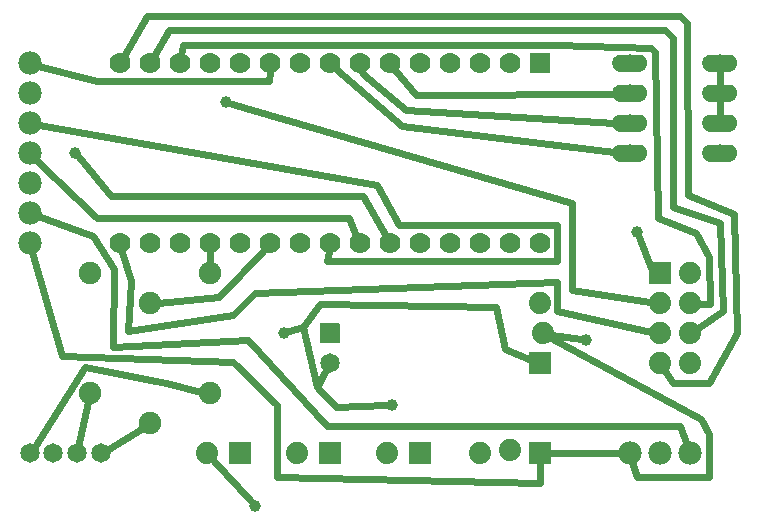
<source format=gbl>
G04 MADE WITH FRITZING*
G04 WWW.FRITZING.ORG*
G04 DOUBLE SIDED*
G04 HOLES PLATED*
G04 CONTOUR ON CENTER OF CONTOUR VECTOR*
%ASAXBY*%
%FSLAX23Y23*%
%MOIN*%
%OFA0B0*%
%SFA1.0B1.0*%
%ADD10C,0.075000*%
%ADD11C,0.039370*%
%ADD12C,0.074000*%
%ADD13C,0.065000*%
%ADD14C,0.058189*%
%ADD15C,0.078000*%
%ADD16C,0.070000*%
%ADD17R,0.074000X0.074000*%
%ADD18R,0.070000X0.069972*%
%ADD19C,0.024000*%
%ADD20R,0.001000X0.001000*%
%LNCOPPER0*%
G90*
G70*
G54D10*
X740Y837D03*
X740Y437D03*
X540Y737D03*
X540Y337D03*
X340Y837D03*
X340Y437D03*
G54D11*
X291Y1239D03*
X1995Y615D03*
X795Y1407D03*
X2163Y975D03*
X987Y639D03*
X1347Y399D03*
X891Y63D03*
G54D12*
X2340Y837D03*
X2340Y737D03*
X2340Y637D03*
X2340Y537D03*
X2240Y837D03*
X2240Y737D03*
X2240Y637D03*
X2240Y537D03*
G54D13*
X140Y237D03*
X219Y237D03*
X298Y237D03*
X376Y237D03*
G54D14*
X2140Y1537D03*
X2140Y1437D03*
X2140Y1337D03*
X2140Y1237D03*
X2440Y1237D03*
X2440Y1337D03*
X2440Y1437D03*
X2440Y1537D03*
G54D12*
X1140Y237D03*
X1030Y237D03*
X840Y237D03*
X730Y237D03*
X1440Y237D03*
X1330Y237D03*
G54D15*
X2340Y237D03*
X2240Y237D03*
X2140Y237D03*
G54D12*
X1840Y237D03*
X1740Y247D03*
X1640Y237D03*
G54D13*
X1140Y537D03*
X1140Y637D03*
G54D12*
X1840Y537D03*
X1850Y637D03*
X1840Y737D03*
G54D15*
X140Y1537D03*
X140Y1437D03*
X140Y1337D03*
X140Y1237D03*
X140Y1137D03*
X140Y1037D03*
X140Y937D03*
G54D16*
X1840Y1537D03*
X1740Y1537D03*
X1640Y1537D03*
X1540Y1537D03*
X1440Y1537D03*
X1340Y1537D03*
X1240Y1537D03*
X1140Y1537D03*
X1040Y1537D03*
X940Y1537D03*
X840Y1537D03*
X740Y1537D03*
X640Y1537D03*
X540Y1537D03*
X440Y1537D03*
X1840Y937D03*
X1740Y937D03*
X1640Y937D03*
X1540Y937D03*
X1440Y937D03*
X1340Y937D03*
X1240Y937D03*
X1140Y937D03*
X1040Y937D03*
X940Y937D03*
X840Y937D03*
X740Y937D03*
X640Y937D03*
X540Y937D03*
X440Y937D03*
G54D17*
X2240Y837D03*
G54D18*
X1840Y1537D03*
G54D19*
X396Y249D02*
X516Y322D01*
D02*
X740Y907D02*
X740Y865D01*
D02*
X302Y260D02*
X334Y409D01*
D02*
X1359Y1514D02*
X1427Y1432D01*
D02*
X1427Y1432D02*
X2087Y1436D01*
D02*
X569Y739D02*
X771Y759D01*
D02*
X771Y759D02*
X920Y915D01*
D02*
X940Y1507D02*
X939Y1479D01*
D02*
X939Y1479D02*
X363Y1479D01*
D02*
X363Y1479D02*
X169Y1529D01*
D02*
X153Y256D02*
X325Y525D01*
D02*
X325Y525D02*
X595Y471D01*
D02*
X595Y471D02*
X712Y443D01*
D02*
X1249Y1509D02*
X1251Y1503D01*
D02*
X1251Y1503D02*
X1395Y1383D01*
D02*
X1395Y1383D02*
X2087Y1340D01*
D02*
X1162Y1518D02*
X1380Y1330D01*
D02*
X1380Y1330D02*
X2087Y1243D01*
D02*
X1229Y963D02*
X1203Y1023D01*
D02*
X1203Y1023D02*
X363Y1023D01*
D02*
X363Y1023D02*
X162Y1216D01*
D02*
X1326Y962D02*
X1251Y1095D01*
D02*
X1251Y1095D02*
X411Y1095D01*
D02*
X411Y1095D02*
X303Y1224D01*
D02*
X449Y909D02*
X478Y813D01*
D02*
X478Y813D02*
X466Y646D01*
D02*
X466Y646D02*
X819Y699D01*
D02*
X819Y699D02*
X891Y771D01*
D02*
X891Y771D02*
X1899Y807D01*
D02*
X1899Y807D02*
X1899Y711D01*
D02*
X1899Y711D02*
X2210Y643D01*
D02*
X2330Y265D02*
X2307Y327D01*
D02*
X2307Y327D02*
X1131Y327D01*
D02*
X1131Y327D02*
X867Y615D01*
D02*
X867Y615D02*
X417Y593D01*
D02*
X417Y593D02*
X421Y852D01*
D02*
X421Y852D02*
X351Y962D01*
D02*
X351Y962D02*
X169Y1027D01*
D02*
X170Y1331D02*
X1299Y1131D01*
D02*
X1299Y1131D02*
X1371Y999D01*
D02*
X1371Y999D02*
X1899Y999D01*
D02*
X1899Y999D02*
X1899Y879D01*
D02*
X1899Y879D02*
X1131Y879D01*
D02*
X1131Y879D02*
X1136Y908D01*
D02*
X2110Y237D02*
X1871Y237D01*
D02*
X1877Y622D02*
X2379Y351D01*
D02*
X2379Y351D02*
X2403Y303D01*
D02*
X2403Y303D02*
X2403Y159D01*
D02*
X2403Y159D02*
X2163Y159D01*
D02*
X2163Y159D02*
X2149Y208D01*
D02*
X1976Y618D02*
X1881Y632D01*
D02*
X148Y908D02*
X247Y562D01*
D02*
X247Y562D02*
X819Y543D01*
D02*
X819Y543D02*
X963Y399D01*
D02*
X963Y399D02*
X963Y159D01*
D02*
X963Y159D02*
X1840Y137D01*
D02*
X1840Y137D02*
X1840Y205D01*
D02*
X2209Y741D02*
X1947Y783D01*
D02*
X1947Y783D02*
X1947Y1071D01*
D02*
X1947Y1071D02*
X813Y1402D01*
D02*
X2371Y736D02*
X2407Y736D01*
D02*
X2403Y893D02*
X2360Y972D01*
D02*
X2407Y736D02*
X2403Y893D01*
D02*
X2360Y972D02*
X2234Y1022D01*
D02*
X2234Y1022D02*
X2223Y1575D01*
D02*
X2223Y1575D02*
X2211Y1587D01*
D02*
X2211Y1587D02*
X1899Y1599D01*
D02*
X1899Y1599D02*
X651Y1599D01*
D02*
X651Y1599D02*
X645Y1565D01*
D02*
X2366Y654D02*
X2452Y711D01*
D02*
X2452Y711D02*
X2442Y1004D01*
D02*
X2442Y1004D02*
X2284Y1057D01*
D02*
X2284Y1057D02*
X2283Y1623D01*
D02*
X2283Y1623D02*
X2259Y1647D01*
D02*
X2259Y1647D02*
X603Y1647D01*
D02*
X603Y1647D02*
X555Y1562D01*
D02*
X2257Y511D02*
X2283Y471D01*
D02*
X2283Y471D02*
X2403Y471D01*
D02*
X2403Y471D02*
X2499Y639D01*
D02*
X2499Y639D02*
X2487Y1034D01*
D02*
X2487Y1034D02*
X2335Y1098D01*
D02*
X2335Y1098D02*
X2331Y1671D01*
D02*
X2331Y1671D02*
X2307Y1695D01*
D02*
X2307Y1695D02*
X531Y1695D01*
D02*
X531Y1695D02*
X455Y1562D01*
D02*
X2440Y1413D02*
X2440Y1360D01*
D02*
X2440Y1513D02*
X2440Y1460D01*
D02*
X2214Y853D02*
X2211Y855D01*
D02*
X2211Y855D02*
X2170Y957D01*
D02*
X1812Y549D02*
X1725Y586D01*
D02*
X1725Y586D02*
X1694Y724D01*
D02*
X1694Y724D02*
X1107Y734D01*
D02*
X1107Y734D02*
X1050Y660D01*
D02*
X1050Y660D02*
X1005Y645D01*
D02*
X1328Y398D02*
X1162Y393D01*
D02*
X1162Y393D02*
X1097Y457D01*
D02*
X1097Y457D02*
X1050Y660D01*
D02*
X1128Y515D02*
X1097Y457D01*
D02*
X751Y214D02*
X878Y77D01*
G54D20*
X2105Y1566D02*
X2174Y1566D01*
X2405Y1566D02*
X2474Y1566D01*
X2102Y1565D02*
X2178Y1565D01*
X2402Y1565D02*
X2478Y1565D01*
X2099Y1564D02*
X2180Y1564D01*
X2399Y1564D02*
X2480Y1564D01*
X2097Y1563D02*
X2182Y1563D01*
X2397Y1563D02*
X2482Y1563D01*
X2095Y1562D02*
X2184Y1562D01*
X2395Y1562D02*
X2484Y1562D01*
X2094Y1561D02*
X2185Y1561D01*
X2394Y1561D02*
X2485Y1561D01*
X2093Y1560D02*
X2187Y1560D01*
X2393Y1560D02*
X2487Y1560D01*
X2091Y1559D02*
X2188Y1559D01*
X2391Y1559D02*
X2488Y1559D01*
X2090Y1558D02*
X2189Y1558D01*
X2390Y1558D02*
X2489Y1558D01*
X2089Y1557D02*
X2190Y1557D01*
X2389Y1557D02*
X2490Y1557D01*
X2089Y1556D02*
X2135Y1556D01*
X2145Y1556D02*
X2191Y1556D01*
X2389Y1556D02*
X2435Y1556D01*
X2445Y1556D02*
X2491Y1556D01*
X2088Y1555D02*
X2132Y1555D01*
X2148Y1555D02*
X2191Y1555D01*
X2388Y1555D02*
X2432Y1555D01*
X2448Y1555D02*
X2491Y1555D01*
X2087Y1554D02*
X2130Y1554D01*
X2149Y1554D02*
X2192Y1554D01*
X2387Y1554D02*
X2430Y1554D01*
X2449Y1554D02*
X2492Y1554D01*
X2086Y1553D02*
X2128Y1553D01*
X2151Y1553D02*
X2193Y1553D01*
X2386Y1553D02*
X2428Y1553D01*
X2451Y1553D02*
X2493Y1553D01*
X2086Y1552D02*
X2127Y1552D01*
X2152Y1552D02*
X2193Y1552D01*
X2386Y1552D02*
X2427Y1552D01*
X2452Y1552D02*
X2493Y1552D01*
X2085Y1551D02*
X2126Y1551D01*
X2154Y1551D02*
X2194Y1551D01*
X2385Y1551D02*
X2426Y1551D01*
X2453Y1551D02*
X2494Y1551D01*
X2085Y1550D02*
X2125Y1550D01*
X2154Y1550D02*
X2194Y1550D01*
X2385Y1550D02*
X2425Y1550D01*
X2454Y1550D02*
X2494Y1550D01*
X2084Y1549D02*
X2124Y1549D01*
X2155Y1549D02*
X2195Y1549D01*
X2384Y1549D02*
X2424Y1549D01*
X2455Y1549D02*
X2495Y1549D01*
X2084Y1548D02*
X2123Y1548D01*
X2156Y1548D02*
X2195Y1548D01*
X2384Y1548D02*
X2423Y1548D01*
X2456Y1548D02*
X2495Y1548D01*
X2083Y1547D02*
X2123Y1547D01*
X2157Y1547D02*
X2196Y1547D01*
X2383Y1547D02*
X2423Y1547D01*
X2457Y1547D02*
X2496Y1547D01*
X2083Y1546D02*
X2122Y1546D01*
X2157Y1546D02*
X2196Y1546D01*
X2383Y1546D02*
X2422Y1546D01*
X2457Y1546D02*
X2496Y1546D01*
X2083Y1545D02*
X2122Y1545D01*
X2158Y1545D02*
X2196Y1545D01*
X2383Y1545D02*
X2422Y1545D01*
X2458Y1545D02*
X2496Y1545D01*
X2083Y1544D02*
X2121Y1544D01*
X2158Y1544D02*
X2197Y1544D01*
X2383Y1544D02*
X2421Y1544D01*
X2458Y1544D02*
X2496Y1544D01*
X2082Y1543D02*
X2121Y1543D01*
X2158Y1543D02*
X2197Y1543D01*
X2382Y1543D02*
X2421Y1543D01*
X2458Y1543D02*
X2497Y1543D01*
X2082Y1542D02*
X2121Y1542D01*
X2159Y1542D02*
X2197Y1542D01*
X2382Y1542D02*
X2421Y1542D01*
X2459Y1542D02*
X2497Y1542D01*
X2082Y1541D02*
X2120Y1541D01*
X2159Y1541D02*
X2197Y1541D01*
X2382Y1541D02*
X2420Y1541D01*
X2459Y1541D02*
X2497Y1541D01*
X2082Y1540D02*
X2120Y1540D01*
X2159Y1540D02*
X2197Y1540D01*
X2382Y1540D02*
X2420Y1540D01*
X2459Y1540D02*
X2497Y1540D01*
X2082Y1539D02*
X2120Y1539D01*
X2159Y1539D02*
X2197Y1539D01*
X2382Y1539D02*
X2420Y1539D01*
X2459Y1539D02*
X2497Y1539D01*
X2082Y1538D02*
X2120Y1538D01*
X2159Y1538D02*
X2197Y1538D01*
X2382Y1538D02*
X2420Y1538D01*
X2459Y1538D02*
X2497Y1538D01*
X2082Y1537D02*
X2120Y1537D01*
X2159Y1537D02*
X2197Y1537D01*
X2382Y1537D02*
X2420Y1537D01*
X2459Y1537D02*
X2497Y1537D01*
X2082Y1536D02*
X2120Y1536D01*
X2159Y1536D02*
X2197Y1536D01*
X2382Y1536D02*
X2420Y1536D01*
X2459Y1536D02*
X2497Y1536D01*
X2082Y1535D02*
X2120Y1535D01*
X2159Y1535D02*
X2197Y1535D01*
X2382Y1535D02*
X2420Y1535D01*
X2459Y1535D02*
X2497Y1535D01*
X2082Y1534D02*
X2120Y1534D01*
X2159Y1534D02*
X2197Y1534D01*
X2382Y1534D02*
X2420Y1534D01*
X2459Y1534D02*
X2497Y1534D01*
X2082Y1533D02*
X2121Y1533D01*
X2159Y1533D02*
X2197Y1533D01*
X2382Y1533D02*
X2421Y1533D01*
X2459Y1533D02*
X2497Y1533D01*
X2082Y1532D02*
X2121Y1532D01*
X2158Y1532D02*
X2197Y1532D01*
X2382Y1532D02*
X2421Y1532D01*
X2458Y1532D02*
X2497Y1532D01*
X2083Y1531D02*
X2121Y1531D01*
X2158Y1531D02*
X2197Y1531D01*
X2383Y1531D02*
X2421Y1531D01*
X2458Y1531D02*
X2496Y1531D01*
X2083Y1530D02*
X2122Y1530D01*
X2158Y1530D02*
X2196Y1530D01*
X2383Y1530D02*
X2422Y1530D01*
X2458Y1530D02*
X2496Y1530D01*
X2083Y1529D02*
X2122Y1529D01*
X2157Y1529D02*
X2196Y1529D01*
X2383Y1529D02*
X2422Y1529D01*
X2457Y1529D02*
X2496Y1529D01*
X2083Y1528D02*
X2123Y1528D01*
X2157Y1528D02*
X2196Y1528D01*
X2383Y1528D02*
X2423Y1528D01*
X2457Y1528D02*
X2496Y1528D01*
X2084Y1527D02*
X2123Y1527D01*
X2156Y1527D02*
X2195Y1527D01*
X2384Y1527D02*
X2423Y1527D01*
X2456Y1527D02*
X2495Y1527D01*
X2084Y1526D02*
X2124Y1526D01*
X2155Y1526D02*
X2195Y1526D01*
X2384Y1526D02*
X2424Y1526D01*
X2455Y1526D02*
X2495Y1526D01*
X2085Y1525D02*
X2125Y1525D01*
X2154Y1525D02*
X2194Y1525D01*
X2385Y1525D02*
X2425Y1525D01*
X2454Y1525D02*
X2494Y1525D01*
X2085Y1524D02*
X2126Y1524D01*
X2154Y1524D02*
X2194Y1524D01*
X2385Y1524D02*
X2426Y1524D01*
X2454Y1524D02*
X2494Y1524D01*
X2086Y1523D02*
X2127Y1523D01*
X2152Y1523D02*
X2193Y1523D01*
X2386Y1523D02*
X2427Y1523D01*
X2452Y1523D02*
X2493Y1523D01*
X2086Y1522D02*
X2128Y1522D01*
X2151Y1522D02*
X2193Y1522D01*
X2386Y1522D02*
X2428Y1522D01*
X2451Y1522D02*
X2493Y1522D01*
X2087Y1521D02*
X2130Y1521D01*
X2150Y1521D02*
X2192Y1521D01*
X2387Y1521D02*
X2430Y1521D01*
X2450Y1521D02*
X2492Y1521D01*
X2088Y1520D02*
X2132Y1520D01*
X2148Y1520D02*
X2191Y1520D01*
X2388Y1520D02*
X2431Y1520D01*
X2448Y1520D02*
X2491Y1520D01*
X2089Y1519D02*
X2135Y1519D01*
X2145Y1519D02*
X2191Y1519D01*
X2389Y1519D02*
X2435Y1519D01*
X2445Y1519D02*
X2491Y1519D01*
X2089Y1518D02*
X2190Y1518D01*
X2389Y1518D02*
X2490Y1518D01*
X2090Y1517D02*
X2189Y1517D01*
X2390Y1517D02*
X2489Y1517D01*
X2091Y1516D02*
X2188Y1516D01*
X2391Y1516D02*
X2488Y1516D01*
X2093Y1515D02*
X2187Y1515D01*
X2393Y1515D02*
X2487Y1515D01*
X2094Y1514D02*
X2185Y1514D01*
X2394Y1514D02*
X2485Y1514D01*
X2095Y1513D02*
X2184Y1513D01*
X2395Y1513D02*
X2484Y1513D01*
X2097Y1512D02*
X2182Y1512D01*
X2397Y1512D02*
X2482Y1512D01*
X2099Y1511D02*
X2180Y1511D01*
X2399Y1511D02*
X2480Y1511D01*
X2102Y1510D02*
X2178Y1510D01*
X2402Y1510D02*
X2478Y1510D01*
X2105Y1509D02*
X2174Y1509D01*
X2405Y1509D02*
X2474Y1509D01*
X2105Y1466D02*
X2174Y1466D01*
X2405Y1466D02*
X2474Y1466D01*
X2101Y1465D02*
X2178Y1465D01*
X2401Y1465D02*
X2478Y1465D01*
X2099Y1464D02*
X2180Y1464D01*
X2399Y1464D02*
X2480Y1464D01*
X2097Y1463D02*
X2182Y1463D01*
X2397Y1463D02*
X2482Y1463D01*
X2095Y1462D02*
X2184Y1462D01*
X2395Y1462D02*
X2484Y1462D01*
X2094Y1461D02*
X2185Y1461D01*
X2394Y1461D02*
X2485Y1461D01*
X2093Y1460D02*
X2187Y1460D01*
X2393Y1460D02*
X2487Y1460D01*
X2091Y1459D02*
X2188Y1459D01*
X2391Y1459D02*
X2488Y1459D01*
X2090Y1458D02*
X2189Y1458D01*
X2390Y1458D02*
X2489Y1458D01*
X2089Y1457D02*
X2190Y1457D01*
X2389Y1457D02*
X2490Y1457D01*
X2089Y1456D02*
X2135Y1456D01*
X2145Y1456D02*
X2191Y1456D01*
X2389Y1456D02*
X2435Y1456D01*
X2445Y1456D02*
X2491Y1456D01*
X2088Y1455D02*
X2131Y1455D01*
X2148Y1455D02*
X2191Y1455D01*
X2388Y1455D02*
X2431Y1455D01*
X2448Y1455D02*
X2491Y1455D01*
X2087Y1454D02*
X2130Y1454D01*
X2150Y1454D02*
X2192Y1454D01*
X2387Y1454D02*
X2430Y1454D01*
X2450Y1454D02*
X2492Y1454D01*
X2086Y1453D02*
X2128Y1453D01*
X2151Y1453D02*
X2193Y1453D01*
X2386Y1453D02*
X2428Y1453D01*
X2451Y1453D02*
X2493Y1453D01*
X2086Y1452D02*
X2127Y1452D01*
X2152Y1452D02*
X2193Y1452D01*
X2386Y1452D02*
X2427Y1452D01*
X2452Y1452D02*
X2493Y1452D01*
X2085Y1451D02*
X2126Y1451D01*
X2154Y1451D02*
X2194Y1451D01*
X2385Y1451D02*
X2426Y1451D01*
X2454Y1451D02*
X2494Y1451D01*
X2085Y1450D02*
X2125Y1450D01*
X2154Y1450D02*
X2194Y1450D01*
X2385Y1450D02*
X2425Y1450D01*
X2454Y1450D02*
X2494Y1450D01*
X2084Y1449D02*
X2124Y1449D01*
X2155Y1449D02*
X2195Y1449D01*
X2384Y1449D02*
X2424Y1449D01*
X2455Y1449D02*
X2495Y1449D01*
X2084Y1448D02*
X2123Y1448D01*
X2156Y1448D02*
X2195Y1448D01*
X2384Y1448D02*
X2423Y1448D01*
X2456Y1448D02*
X2495Y1448D01*
X2083Y1447D02*
X2123Y1447D01*
X2157Y1447D02*
X2196Y1447D01*
X2383Y1447D02*
X2423Y1447D01*
X2457Y1447D02*
X2496Y1447D01*
X2083Y1446D02*
X2122Y1446D01*
X2157Y1446D02*
X2196Y1446D01*
X2383Y1446D02*
X2422Y1446D01*
X2457Y1446D02*
X2496Y1446D01*
X2083Y1445D02*
X2122Y1445D01*
X2158Y1445D02*
X2196Y1445D01*
X2383Y1445D02*
X2422Y1445D01*
X2458Y1445D02*
X2496Y1445D01*
X2083Y1444D02*
X2121Y1444D01*
X2158Y1444D02*
X2197Y1444D01*
X2383Y1444D02*
X2421Y1444D01*
X2458Y1444D02*
X2496Y1444D01*
X2082Y1443D02*
X2121Y1443D01*
X2158Y1443D02*
X2197Y1443D01*
X2382Y1443D02*
X2421Y1443D01*
X2458Y1443D02*
X2497Y1443D01*
X2082Y1442D02*
X2121Y1442D01*
X2159Y1442D02*
X2197Y1442D01*
X2382Y1442D02*
X2421Y1442D01*
X2459Y1442D02*
X2497Y1442D01*
X2082Y1441D02*
X2120Y1441D01*
X2159Y1441D02*
X2197Y1441D01*
X2382Y1441D02*
X2420Y1441D01*
X2459Y1441D02*
X2497Y1441D01*
X2082Y1440D02*
X2120Y1440D01*
X2159Y1440D02*
X2197Y1440D01*
X2382Y1440D02*
X2420Y1440D01*
X2459Y1440D02*
X2497Y1440D01*
X2082Y1439D02*
X2120Y1439D01*
X2159Y1439D02*
X2197Y1439D01*
X2382Y1439D02*
X2420Y1439D01*
X2459Y1439D02*
X2497Y1439D01*
X2082Y1438D02*
X2120Y1438D01*
X2159Y1438D02*
X2197Y1438D01*
X2382Y1438D02*
X2420Y1438D01*
X2459Y1438D02*
X2497Y1438D01*
X2082Y1437D02*
X2120Y1437D01*
X2159Y1437D02*
X2197Y1437D01*
X2382Y1437D02*
X2420Y1437D01*
X2459Y1437D02*
X2497Y1437D01*
X2082Y1436D02*
X2120Y1436D01*
X2159Y1436D02*
X2197Y1436D01*
X2382Y1436D02*
X2420Y1436D01*
X2459Y1436D02*
X2497Y1436D01*
X2082Y1435D02*
X2120Y1435D01*
X2159Y1435D02*
X2197Y1435D01*
X2382Y1435D02*
X2420Y1435D01*
X2459Y1435D02*
X2497Y1435D01*
X2082Y1434D02*
X2120Y1434D01*
X2159Y1434D02*
X2197Y1434D01*
X2382Y1434D02*
X2420Y1434D01*
X2459Y1434D02*
X2497Y1434D01*
X2082Y1433D02*
X2121Y1433D01*
X2159Y1433D02*
X2197Y1433D01*
X2382Y1433D02*
X2421Y1433D01*
X2459Y1433D02*
X2497Y1433D01*
X2082Y1432D02*
X2121Y1432D01*
X2158Y1432D02*
X2197Y1432D01*
X2382Y1432D02*
X2421Y1432D01*
X2458Y1432D02*
X2497Y1432D01*
X2083Y1431D02*
X2121Y1431D01*
X2158Y1431D02*
X2197Y1431D01*
X2383Y1431D02*
X2421Y1431D01*
X2458Y1431D02*
X2496Y1431D01*
X2083Y1430D02*
X2122Y1430D01*
X2158Y1430D02*
X2196Y1430D01*
X2383Y1430D02*
X2422Y1430D01*
X2458Y1430D02*
X2496Y1430D01*
X2083Y1429D02*
X2122Y1429D01*
X2157Y1429D02*
X2196Y1429D01*
X2383Y1429D02*
X2422Y1429D01*
X2457Y1429D02*
X2496Y1429D01*
X2084Y1428D02*
X2123Y1428D01*
X2157Y1428D02*
X2196Y1428D01*
X2383Y1428D02*
X2423Y1428D01*
X2457Y1428D02*
X2496Y1428D01*
X2084Y1427D02*
X2123Y1427D01*
X2156Y1427D02*
X2195Y1427D01*
X2384Y1427D02*
X2423Y1427D01*
X2456Y1427D02*
X2495Y1427D01*
X2084Y1426D02*
X2124Y1426D01*
X2155Y1426D02*
X2195Y1426D01*
X2384Y1426D02*
X2424Y1426D01*
X2455Y1426D02*
X2495Y1426D01*
X2085Y1425D02*
X2125Y1425D01*
X2154Y1425D02*
X2194Y1425D01*
X2385Y1425D02*
X2425Y1425D01*
X2454Y1425D02*
X2494Y1425D01*
X2085Y1424D02*
X2126Y1424D01*
X2153Y1424D02*
X2194Y1424D01*
X2385Y1424D02*
X2426Y1424D01*
X2453Y1424D02*
X2494Y1424D01*
X2086Y1423D02*
X2127Y1423D01*
X2152Y1423D02*
X2193Y1423D01*
X2386Y1423D02*
X2427Y1423D01*
X2452Y1423D02*
X2493Y1423D01*
X2086Y1422D02*
X2128Y1422D01*
X2151Y1422D02*
X2193Y1422D01*
X2386Y1422D02*
X2428Y1422D01*
X2451Y1422D02*
X2493Y1422D01*
X2087Y1421D02*
X2130Y1421D01*
X2149Y1421D02*
X2192Y1421D01*
X2387Y1421D02*
X2430Y1421D01*
X2449Y1421D02*
X2492Y1421D01*
X2088Y1420D02*
X2132Y1420D01*
X2148Y1420D02*
X2191Y1420D01*
X2388Y1420D02*
X2432Y1420D01*
X2448Y1420D02*
X2491Y1420D01*
X2089Y1419D02*
X2135Y1419D01*
X2144Y1419D02*
X2191Y1419D01*
X2389Y1419D02*
X2435Y1419D01*
X2444Y1419D02*
X2491Y1419D01*
X2089Y1418D02*
X2190Y1418D01*
X2389Y1418D02*
X2490Y1418D01*
X2090Y1417D02*
X2189Y1417D01*
X2390Y1417D02*
X2489Y1417D01*
X2091Y1416D02*
X2188Y1416D01*
X2391Y1416D02*
X2488Y1416D01*
X2093Y1415D02*
X2187Y1415D01*
X2393Y1415D02*
X2487Y1415D01*
X2094Y1414D02*
X2185Y1414D01*
X2394Y1414D02*
X2485Y1414D01*
X2095Y1413D02*
X2184Y1413D01*
X2395Y1413D02*
X2484Y1413D01*
X2097Y1412D02*
X2182Y1412D01*
X2397Y1412D02*
X2482Y1412D01*
X2099Y1411D02*
X2180Y1411D01*
X2399Y1411D02*
X2480Y1411D01*
X2102Y1410D02*
X2178Y1410D01*
X2402Y1410D02*
X2478Y1410D01*
X2105Y1409D02*
X2174Y1409D01*
X2405Y1409D02*
X2474Y1409D01*
X2105Y1366D02*
X2174Y1366D01*
X2405Y1366D02*
X2474Y1366D01*
X2101Y1365D02*
X2178Y1365D01*
X2401Y1365D02*
X2478Y1365D01*
X2099Y1364D02*
X2180Y1364D01*
X2399Y1364D02*
X2480Y1364D01*
X2097Y1363D02*
X2182Y1363D01*
X2397Y1363D02*
X2482Y1363D01*
X2095Y1362D02*
X2184Y1362D01*
X2395Y1362D02*
X2484Y1362D01*
X2094Y1361D02*
X2185Y1361D01*
X2394Y1361D02*
X2485Y1361D01*
X2092Y1360D02*
X2187Y1360D01*
X2392Y1360D02*
X2487Y1360D01*
X2091Y1359D02*
X2188Y1359D01*
X2391Y1359D02*
X2488Y1359D01*
X2090Y1358D02*
X2189Y1358D01*
X2390Y1358D02*
X2489Y1358D01*
X2089Y1357D02*
X2190Y1357D01*
X2389Y1357D02*
X2490Y1357D01*
X2088Y1356D02*
X2134Y1356D01*
X2145Y1356D02*
X2191Y1356D01*
X2388Y1356D02*
X2434Y1356D01*
X2445Y1356D02*
X2491Y1356D01*
X2088Y1355D02*
X2131Y1355D01*
X2148Y1355D02*
X2191Y1355D01*
X2388Y1355D02*
X2431Y1355D01*
X2448Y1355D02*
X2491Y1355D01*
X2087Y1354D02*
X2130Y1354D01*
X2150Y1354D02*
X2192Y1354D01*
X2387Y1354D02*
X2430Y1354D01*
X2450Y1354D02*
X2492Y1354D01*
X2086Y1353D02*
X2128Y1353D01*
X2151Y1353D02*
X2193Y1353D01*
X2386Y1353D02*
X2428Y1353D01*
X2451Y1353D02*
X2493Y1353D01*
X2086Y1352D02*
X2127Y1352D01*
X2152Y1352D02*
X2193Y1352D01*
X2386Y1352D02*
X2427Y1352D01*
X2452Y1352D02*
X2493Y1352D01*
X2085Y1351D02*
X2126Y1351D01*
X2154Y1351D02*
X2194Y1351D01*
X2385Y1351D02*
X2426Y1351D01*
X2454Y1351D02*
X2494Y1351D01*
X2085Y1350D02*
X2125Y1350D01*
X2154Y1350D02*
X2194Y1350D01*
X2385Y1350D02*
X2425Y1350D01*
X2454Y1350D02*
X2494Y1350D01*
X2084Y1349D02*
X2124Y1349D01*
X2155Y1349D02*
X2195Y1349D01*
X2384Y1349D02*
X2424Y1349D01*
X2455Y1349D02*
X2495Y1349D01*
X2084Y1348D02*
X2123Y1348D01*
X2156Y1348D02*
X2195Y1348D01*
X2384Y1348D02*
X2423Y1348D01*
X2456Y1348D02*
X2495Y1348D01*
X2083Y1347D02*
X2123Y1347D01*
X2157Y1347D02*
X2196Y1347D01*
X2383Y1347D02*
X2423Y1347D01*
X2457Y1347D02*
X2496Y1347D01*
X2083Y1346D02*
X2122Y1346D01*
X2157Y1346D02*
X2196Y1346D01*
X2383Y1346D02*
X2422Y1346D01*
X2457Y1346D02*
X2496Y1346D01*
X2083Y1345D02*
X2122Y1345D01*
X2158Y1345D02*
X2196Y1345D01*
X2383Y1345D02*
X2422Y1345D01*
X2458Y1345D02*
X2496Y1345D01*
X2083Y1344D02*
X2121Y1344D01*
X2158Y1344D02*
X2197Y1344D01*
X2383Y1344D02*
X2421Y1344D01*
X2458Y1344D02*
X2497Y1344D01*
X2082Y1343D02*
X2121Y1343D01*
X2158Y1343D02*
X2197Y1343D01*
X2382Y1343D02*
X2421Y1343D01*
X2458Y1343D02*
X2497Y1343D01*
X2082Y1342D02*
X2121Y1342D01*
X2159Y1342D02*
X2197Y1342D01*
X2382Y1342D02*
X2421Y1342D01*
X2459Y1342D02*
X2497Y1342D01*
X2082Y1341D02*
X2120Y1341D01*
X2159Y1341D02*
X2197Y1341D01*
X2382Y1341D02*
X2420Y1341D01*
X2459Y1341D02*
X2497Y1341D01*
X2082Y1340D02*
X2120Y1340D01*
X2159Y1340D02*
X2197Y1340D01*
X2382Y1340D02*
X2420Y1340D01*
X2459Y1340D02*
X2497Y1340D01*
X2082Y1339D02*
X2120Y1339D01*
X2159Y1339D02*
X2197Y1339D01*
X2382Y1339D02*
X2420Y1339D01*
X2459Y1339D02*
X2497Y1339D01*
X2082Y1338D02*
X2120Y1338D01*
X2159Y1338D02*
X2197Y1338D01*
X2382Y1338D02*
X2420Y1338D01*
X2459Y1338D02*
X2497Y1338D01*
X2082Y1337D02*
X2120Y1337D01*
X2159Y1337D02*
X2197Y1337D01*
X2382Y1337D02*
X2420Y1337D01*
X2459Y1337D02*
X2497Y1337D01*
X2082Y1336D02*
X2120Y1336D01*
X2159Y1336D02*
X2197Y1336D01*
X2382Y1336D02*
X2420Y1336D01*
X2459Y1336D02*
X2497Y1336D01*
X2082Y1335D02*
X2120Y1335D01*
X2159Y1335D02*
X2197Y1335D01*
X2382Y1335D02*
X2420Y1335D01*
X2459Y1335D02*
X2497Y1335D01*
X2082Y1334D02*
X2120Y1334D01*
X2159Y1334D02*
X2197Y1334D01*
X2382Y1334D02*
X2420Y1334D01*
X2459Y1334D02*
X2497Y1334D01*
X2082Y1333D02*
X2121Y1333D01*
X2159Y1333D02*
X2197Y1333D01*
X2382Y1333D02*
X2421Y1333D01*
X2459Y1333D02*
X2497Y1333D01*
X2082Y1332D02*
X2121Y1332D01*
X2158Y1332D02*
X2197Y1332D01*
X2382Y1332D02*
X2421Y1332D01*
X2458Y1332D02*
X2497Y1332D01*
X2083Y1331D02*
X2121Y1331D01*
X2158Y1331D02*
X2196Y1331D01*
X2383Y1331D02*
X2421Y1331D01*
X2458Y1331D02*
X2496Y1331D01*
X2083Y1330D02*
X2122Y1330D01*
X2158Y1330D02*
X2196Y1330D01*
X2383Y1330D02*
X2422Y1330D01*
X2458Y1330D02*
X2496Y1330D01*
X2083Y1329D02*
X2122Y1329D01*
X2157Y1329D02*
X2196Y1329D01*
X2383Y1329D02*
X2422Y1329D01*
X2457Y1329D02*
X2496Y1329D01*
X2084Y1328D02*
X2123Y1328D01*
X2157Y1328D02*
X2196Y1328D01*
X2384Y1328D02*
X2423Y1328D01*
X2456Y1328D02*
X2496Y1328D01*
X2084Y1327D02*
X2123Y1327D01*
X2156Y1327D02*
X2195Y1327D01*
X2384Y1327D02*
X2423Y1327D01*
X2456Y1327D02*
X2495Y1327D01*
X2084Y1326D02*
X2124Y1326D01*
X2155Y1326D02*
X2195Y1326D01*
X2384Y1326D02*
X2424Y1326D01*
X2455Y1326D02*
X2495Y1326D01*
X2085Y1325D02*
X2125Y1325D01*
X2154Y1325D02*
X2194Y1325D01*
X2385Y1325D02*
X2425Y1325D01*
X2454Y1325D02*
X2494Y1325D01*
X2085Y1324D02*
X2126Y1324D01*
X2153Y1324D02*
X2194Y1324D01*
X2385Y1324D02*
X2426Y1324D01*
X2453Y1324D02*
X2494Y1324D01*
X2086Y1323D02*
X2127Y1323D01*
X2152Y1323D02*
X2193Y1323D01*
X2386Y1323D02*
X2427Y1323D01*
X2452Y1323D02*
X2493Y1323D01*
X2086Y1322D02*
X2128Y1322D01*
X2151Y1322D02*
X2193Y1322D01*
X2386Y1322D02*
X2428Y1322D01*
X2451Y1322D02*
X2493Y1322D01*
X2087Y1321D02*
X2130Y1321D01*
X2149Y1321D02*
X2192Y1321D01*
X2387Y1321D02*
X2430Y1321D01*
X2449Y1321D02*
X2492Y1321D01*
X2088Y1320D02*
X2132Y1320D01*
X2147Y1320D02*
X2191Y1320D01*
X2388Y1320D02*
X2432Y1320D01*
X2447Y1320D02*
X2491Y1320D01*
X2089Y1319D02*
X2135Y1319D01*
X2144Y1319D02*
X2191Y1319D01*
X2389Y1319D02*
X2435Y1319D01*
X2444Y1319D02*
X2491Y1319D01*
X2089Y1318D02*
X2190Y1318D01*
X2389Y1318D02*
X2490Y1318D01*
X2090Y1317D02*
X2189Y1317D01*
X2390Y1317D02*
X2489Y1317D01*
X2091Y1316D02*
X2188Y1316D01*
X2391Y1316D02*
X2488Y1316D01*
X2093Y1315D02*
X2187Y1315D01*
X2393Y1315D02*
X2487Y1315D01*
X2094Y1314D02*
X2185Y1314D01*
X2394Y1314D02*
X2485Y1314D01*
X2095Y1313D02*
X2184Y1313D01*
X2395Y1313D02*
X2484Y1313D01*
X2097Y1312D02*
X2182Y1312D01*
X2397Y1312D02*
X2482Y1312D01*
X2099Y1311D02*
X2180Y1311D01*
X2399Y1311D02*
X2480Y1311D01*
X2102Y1310D02*
X2177Y1310D01*
X2402Y1310D02*
X2477Y1310D01*
X2106Y1309D02*
X2174Y1309D01*
X2406Y1309D02*
X2474Y1309D01*
X2105Y1266D02*
X2174Y1266D01*
X2405Y1266D02*
X2474Y1266D01*
X2101Y1265D02*
X2178Y1265D01*
X2401Y1265D02*
X2478Y1265D01*
X2099Y1264D02*
X2180Y1264D01*
X2399Y1264D02*
X2480Y1264D01*
X2097Y1263D02*
X2182Y1263D01*
X2397Y1263D02*
X2482Y1263D01*
X2095Y1262D02*
X2184Y1262D01*
X2395Y1262D02*
X2484Y1262D01*
X2094Y1261D02*
X2185Y1261D01*
X2394Y1261D02*
X2485Y1261D01*
X2092Y1260D02*
X2187Y1260D01*
X2392Y1260D02*
X2487Y1260D01*
X2091Y1259D02*
X2188Y1259D01*
X2391Y1259D02*
X2488Y1259D01*
X2090Y1258D02*
X2189Y1258D01*
X2390Y1258D02*
X2489Y1258D01*
X2089Y1257D02*
X2190Y1257D01*
X2389Y1257D02*
X2490Y1257D01*
X2088Y1256D02*
X2134Y1256D01*
X2145Y1256D02*
X2191Y1256D01*
X2388Y1256D02*
X2434Y1256D01*
X2445Y1256D02*
X2491Y1256D01*
X2088Y1255D02*
X2131Y1255D01*
X2148Y1255D02*
X2191Y1255D01*
X2388Y1255D02*
X2431Y1255D01*
X2448Y1255D02*
X2491Y1255D01*
X2087Y1254D02*
X2129Y1254D01*
X2150Y1254D02*
X2192Y1254D01*
X2387Y1254D02*
X2429Y1254D01*
X2450Y1254D02*
X2492Y1254D01*
X2086Y1253D02*
X2128Y1253D01*
X2151Y1253D02*
X2193Y1253D01*
X2386Y1253D02*
X2428Y1253D01*
X2451Y1253D02*
X2493Y1253D01*
X2086Y1252D02*
X2127Y1252D01*
X2152Y1252D02*
X2193Y1252D01*
X2386Y1252D02*
X2427Y1252D01*
X2452Y1252D02*
X2493Y1252D01*
X2085Y1251D02*
X2126Y1251D01*
X2154Y1251D02*
X2194Y1251D01*
X2385Y1251D02*
X2426Y1251D01*
X2454Y1251D02*
X2494Y1251D01*
X2085Y1250D02*
X2125Y1250D01*
X2154Y1250D02*
X2194Y1250D01*
X2385Y1250D02*
X2425Y1250D01*
X2454Y1250D02*
X2494Y1250D01*
X2084Y1249D02*
X2124Y1249D01*
X2155Y1249D02*
X2195Y1249D01*
X2384Y1249D02*
X2424Y1249D01*
X2455Y1249D02*
X2495Y1249D01*
X2084Y1248D02*
X2123Y1248D01*
X2156Y1248D02*
X2195Y1248D01*
X2384Y1248D02*
X2423Y1248D01*
X2456Y1248D02*
X2495Y1248D01*
X2083Y1247D02*
X2123Y1247D01*
X2157Y1247D02*
X2196Y1247D01*
X2383Y1247D02*
X2423Y1247D01*
X2457Y1247D02*
X2496Y1247D01*
X2083Y1246D02*
X2122Y1246D01*
X2157Y1246D02*
X2196Y1246D01*
X2383Y1246D02*
X2422Y1246D01*
X2457Y1246D02*
X2496Y1246D01*
X2083Y1245D02*
X2122Y1245D01*
X2158Y1245D02*
X2196Y1245D01*
X2383Y1245D02*
X2421Y1245D01*
X2458Y1245D02*
X2496Y1245D01*
X2083Y1244D02*
X2121Y1244D01*
X2158Y1244D02*
X2197Y1244D01*
X2383Y1244D02*
X2421Y1244D01*
X2458Y1244D02*
X2497Y1244D01*
X2082Y1243D02*
X2121Y1243D01*
X2158Y1243D02*
X2197Y1243D01*
X2382Y1243D02*
X2421Y1243D01*
X2458Y1243D02*
X2497Y1243D01*
X2082Y1242D02*
X2121Y1242D01*
X2159Y1242D02*
X2197Y1242D01*
X2382Y1242D02*
X2421Y1242D01*
X2459Y1242D02*
X2497Y1242D01*
X2082Y1241D02*
X2120Y1241D01*
X2159Y1241D02*
X2197Y1241D01*
X2382Y1241D02*
X2420Y1241D01*
X2459Y1241D02*
X2497Y1241D01*
X2082Y1240D02*
X2120Y1240D01*
X2159Y1240D02*
X2197Y1240D01*
X2382Y1240D02*
X2420Y1240D01*
X2459Y1240D02*
X2497Y1240D01*
X2082Y1239D02*
X2120Y1239D01*
X2159Y1239D02*
X2197Y1239D01*
X2382Y1239D02*
X2420Y1239D01*
X2459Y1239D02*
X2497Y1239D01*
X2082Y1238D02*
X2120Y1238D01*
X2159Y1238D02*
X2197Y1238D01*
X2382Y1238D02*
X2420Y1238D01*
X2459Y1238D02*
X2497Y1238D01*
X2082Y1237D02*
X2120Y1237D01*
X2159Y1237D02*
X2197Y1237D01*
X2382Y1237D02*
X2420Y1237D01*
X2459Y1237D02*
X2497Y1237D01*
X2082Y1236D02*
X2120Y1236D01*
X2159Y1236D02*
X2197Y1236D01*
X2382Y1236D02*
X2420Y1236D01*
X2459Y1236D02*
X2497Y1236D01*
X2082Y1235D02*
X2120Y1235D01*
X2159Y1235D02*
X2197Y1235D01*
X2382Y1235D02*
X2420Y1235D01*
X2459Y1235D02*
X2497Y1235D01*
X2082Y1234D02*
X2120Y1234D01*
X2159Y1234D02*
X2197Y1234D01*
X2382Y1234D02*
X2420Y1234D01*
X2459Y1234D02*
X2497Y1234D01*
X2082Y1233D02*
X2121Y1233D01*
X2159Y1233D02*
X2197Y1233D01*
X2382Y1233D02*
X2421Y1233D01*
X2459Y1233D02*
X2497Y1233D01*
X2082Y1232D02*
X2121Y1232D01*
X2158Y1232D02*
X2197Y1232D01*
X2382Y1232D02*
X2421Y1232D01*
X2458Y1232D02*
X2497Y1232D01*
X2083Y1231D02*
X2121Y1231D01*
X2158Y1231D02*
X2196Y1231D01*
X2383Y1231D02*
X2421Y1231D01*
X2458Y1231D02*
X2496Y1231D01*
X2083Y1230D02*
X2122Y1230D01*
X2158Y1230D02*
X2196Y1230D01*
X2383Y1230D02*
X2422Y1230D01*
X2458Y1230D02*
X2496Y1230D01*
X2083Y1229D02*
X2122Y1229D01*
X2157Y1229D02*
X2196Y1229D01*
X2383Y1229D02*
X2422Y1229D01*
X2457Y1229D02*
X2496Y1229D01*
X2084Y1228D02*
X2123Y1228D01*
X2156Y1228D02*
X2196Y1228D01*
X2384Y1228D02*
X2423Y1228D01*
X2456Y1228D02*
X2496Y1228D01*
X2084Y1227D02*
X2123Y1227D01*
X2156Y1227D02*
X2195Y1227D01*
X2384Y1227D02*
X2423Y1227D01*
X2456Y1227D02*
X2495Y1227D01*
X2084Y1226D02*
X2124Y1226D01*
X2155Y1226D02*
X2195Y1226D01*
X2384Y1226D02*
X2424Y1226D01*
X2455Y1226D02*
X2495Y1226D01*
X2085Y1225D02*
X2125Y1225D01*
X2154Y1225D02*
X2194Y1225D01*
X2385Y1225D02*
X2425Y1225D01*
X2454Y1225D02*
X2494Y1225D01*
X2085Y1224D02*
X2126Y1224D01*
X2153Y1224D02*
X2194Y1224D01*
X2385Y1224D02*
X2426Y1224D01*
X2453Y1224D02*
X2494Y1224D01*
X2086Y1223D02*
X2127Y1223D01*
X2152Y1223D02*
X2193Y1223D01*
X2386Y1223D02*
X2427Y1223D01*
X2452Y1223D02*
X2493Y1223D01*
X2086Y1222D02*
X2128Y1222D01*
X2151Y1222D02*
X2193Y1222D01*
X2386Y1222D02*
X2428Y1222D01*
X2451Y1222D02*
X2493Y1222D01*
X2087Y1221D02*
X2130Y1221D01*
X2149Y1221D02*
X2192Y1221D01*
X2387Y1221D02*
X2430Y1221D01*
X2449Y1221D02*
X2492Y1221D01*
X2088Y1220D02*
X2132Y1220D01*
X2147Y1220D02*
X2191Y1220D01*
X2388Y1220D02*
X2432Y1220D01*
X2447Y1220D02*
X2491Y1220D01*
X2089Y1219D02*
X2135Y1219D01*
X2144Y1219D02*
X2191Y1219D01*
X2389Y1219D02*
X2435Y1219D01*
X2444Y1219D02*
X2491Y1219D01*
X2090Y1218D02*
X2190Y1218D01*
X2390Y1218D02*
X2490Y1218D01*
X2090Y1217D02*
X2189Y1217D01*
X2390Y1217D02*
X2489Y1217D01*
X2092Y1216D02*
X2188Y1216D01*
X2392Y1216D02*
X2488Y1216D01*
X2093Y1215D02*
X2186Y1215D01*
X2393Y1215D02*
X2486Y1215D01*
X2094Y1214D02*
X2185Y1214D01*
X2394Y1214D02*
X2485Y1214D01*
X2095Y1213D02*
X2184Y1213D01*
X2395Y1213D02*
X2484Y1213D01*
X2097Y1212D02*
X2182Y1212D01*
X2397Y1212D02*
X2482Y1212D01*
X2099Y1211D02*
X2180Y1211D01*
X2399Y1211D02*
X2480Y1211D01*
X2102Y1210D02*
X2177Y1210D01*
X2402Y1210D02*
X2477Y1210D01*
X2106Y1209D02*
X2173Y1209D01*
X2406Y1209D02*
X2473Y1209D01*
X1108Y670D02*
X1171Y670D01*
X1108Y669D02*
X1172Y669D01*
X1108Y668D02*
X1172Y668D01*
X1108Y667D02*
X1172Y667D01*
X1108Y666D02*
X1172Y666D01*
X1108Y665D02*
X1172Y665D01*
X1108Y664D02*
X1172Y664D01*
X1108Y663D02*
X1172Y663D01*
X1108Y662D02*
X1172Y662D01*
X1108Y661D02*
X1172Y661D01*
X1108Y660D02*
X1172Y660D01*
X1108Y659D02*
X1172Y659D01*
X1108Y658D02*
X1172Y658D01*
X1108Y657D02*
X1172Y657D01*
X1108Y656D02*
X1172Y656D01*
X1108Y655D02*
X1172Y655D01*
X1108Y654D02*
X1172Y654D01*
X1108Y653D02*
X1172Y653D01*
X1108Y652D02*
X1172Y652D01*
X1108Y651D02*
X1135Y651D01*
X1144Y651D02*
X1172Y651D01*
X1108Y650D02*
X1133Y650D01*
X1146Y650D02*
X1172Y650D01*
X1108Y649D02*
X1131Y649D01*
X1148Y649D02*
X1172Y649D01*
X1108Y648D02*
X1130Y648D01*
X1149Y648D02*
X1172Y648D01*
X1108Y647D02*
X1129Y647D01*
X1150Y647D02*
X1172Y647D01*
X1108Y646D02*
X1128Y646D01*
X1151Y646D02*
X1172Y646D01*
X1108Y645D02*
X1127Y645D01*
X1152Y645D02*
X1172Y645D01*
X1108Y644D02*
X1127Y644D01*
X1152Y644D02*
X1172Y644D01*
X1108Y643D02*
X1126Y643D01*
X1153Y643D02*
X1172Y643D01*
X1108Y642D02*
X1126Y642D01*
X1153Y642D02*
X1172Y642D01*
X1108Y641D02*
X1126Y641D01*
X1154Y641D02*
X1172Y641D01*
X1108Y640D02*
X1125Y640D01*
X1154Y640D02*
X1172Y640D01*
X1108Y639D02*
X1125Y639D01*
X1154Y639D02*
X1172Y639D01*
X1108Y638D02*
X1125Y638D01*
X1154Y638D02*
X1172Y638D01*
X1108Y637D02*
X1125Y637D01*
X1154Y637D02*
X1172Y637D01*
X1108Y636D02*
X1125Y636D01*
X1154Y636D02*
X1172Y636D01*
X1108Y635D02*
X1126Y635D01*
X1154Y635D02*
X1172Y635D01*
X1108Y634D02*
X1126Y634D01*
X1153Y634D02*
X1172Y634D01*
X1108Y633D02*
X1126Y633D01*
X1153Y633D02*
X1172Y633D01*
X1108Y632D02*
X1127Y632D01*
X1152Y632D02*
X1172Y632D01*
X1108Y631D02*
X1127Y631D01*
X1152Y631D02*
X1172Y631D01*
X1108Y630D02*
X1128Y630D01*
X1151Y630D02*
X1172Y630D01*
X1108Y629D02*
X1129Y629D01*
X1151Y629D02*
X1172Y629D01*
X1108Y628D02*
X1129Y628D01*
X1150Y628D02*
X1172Y628D01*
X1108Y627D02*
X1131Y627D01*
X1148Y627D02*
X1172Y627D01*
X1108Y626D02*
X1132Y626D01*
X1147Y626D02*
X1172Y626D01*
X1108Y625D02*
X1134Y625D01*
X1145Y625D02*
X1172Y625D01*
X1108Y624D02*
X1172Y624D01*
X1108Y623D02*
X1172Y623D01*
X1108Y622D02*
X1172Y622D01*
X1108Y621D02*
X1172Y621D01*
X1108Y620D02*
X1172Y620D01*
X1108Y619D02*
X1172Y619D01*
X1108Y618D02*
X1172Y618D01*
X1108Y617D02*
X1172Y617D01*
X1108Y616D02*
X1172Y616D01*
X1108Y615D02*
X1172Y615D01*
X1108Y614D02*
X1172Y614D01*
X1108Y613D02*
X1172Y613D01*
X1108Y612D02*
X1172Y612D01*
X1108Y611D02*
X1172Y611D01*
X1108Y610D02*
X1172Y610D01*
X1108Y609D02*
X1172Y609D01*
X1108Y608D02*
X1172Y608D01*
X1108Y607D02*
X1172Y607D01*
X1108Y606D02*
X1172Y606D01*
X1803Y574D02*
X1876Y574D01*
X1803Y573D02*
X1876Y573D01*
X1803Y572D02*
X1876Y572D01*
X1803Y571D02*
X1876Y571D01*
X1803Y570D02*
X1876Y570D01*
X1803Y569D02*
X1876Y569D01*
X1803Y568D02*
X1876Y568D01*
X1803Y567D02*
X1876Y567D01*
X1803Y566D02*
X1876Y566D01*
X1803Y565D02*
X1876Y565D01*
X1803Y564D02*
X1876Y564D01*
X1803Y563D02*
X1876Y563D01*
X1803Y562D02*
X1876Y562D01*
X1803Y561D02*
X1876Y561D01*
X1803Y560D02*
X1876Y560D01*
X1803Y559D02*
X1876Y559D01*
X1803Y558D02*
X1876Y558D01*
X1803Y557D02*
X1834Y557D01*
X1846Y557D02*
X1876Y557D01*
X1803Y556D02*
X1831Y556D01*
X1848Y556D02*
X1876Y556D01*
X1803Y555D02*
X1829Y555D01*
X1850Y555D02*
X1876Y555D01*
X1803Y554D02*
X1827Y554D01*
X1852Y554D02*
X1876Y554D01*
X1803Y553D02*
X1826Y553D01*
X1853Y553D02*
X1876Y553D01*
X1803Y552D02*
X1825Y552D01*
X1854Y552D02*
X1876Y552D01*
X1803Y551D02*
X1824Y551D01*
X1855Y551D02*
X1876Y551D01*
X1803Y550D02*
X1823Y550D01*
X1856Y550D02*
X1876Y550D01*
X1803Y549D02*
X1823Y549D01*
X1857Y549D02*
X1876Y549D01*
X1803Y548D02*
X1822Y548D01*
X1857Y548D02*
X1876Y548D01*
X1803Y547D02*
X1821Y547D01*
X1858Y547D02*
X1876Y547D01*
X1803Y546D02*
X1821Y546D01*
X1858Y546D02*
X1876Y546D01*
X1803Y545D02*
X1820Y545D01*
X1859Y545D02*
X1876Y545D01*
X1803Y544D02*
X1820Y544D01*
X1859Y544D02*
X1876Y544D01*
X1803Y543D02*
X1820Y543D01*
X1859Y543D02*
X1876Y543D01*
X1803Y542D02*
X1820Y542D01*
X1860Y542D02*
X1876Y542D01*
X1803Y541D02*
X1819Y541D01*
X1860Y541D02*
X1876Y541D01*
X1803Y540D02*
X1819Y540D01*
X1860Y540D02*
X1876Y540D01*
X1803Y539D02*
X1819Y539D01*
X1860Y539D02*
X1876Y539D01*
X1803Y538D02*
X1819Y538D01*
X1860Y538D02*
X1876Y538D01*
X1803Y537D02*
X1819Y537D01*
X1860Y537D02*
X1876Y537D01*
X1803Y536D02*
X1819Y536D01*
X1860Y536D02*
X1876Y536D01*
X1803Y535D02*
X1819Y535D01*
X1860Y535D02*
X1876Y535D01*
X1803Y534D02*
X1819Y534D01*
X1860Y534D02*
X1876Y534D01*
X1803Y533D02*
X1820Y533D01*
X1859Y533D02*
X1876Y533D01*
X1803Y532D02*
X1820Y532D01*
X1859Y532D02*
X1876Y532D01*
X1803Y531D02*
X1820Y531D01*
X1859Y531D02*
X1876Y531D01*
X1803Y530D02*
X1821Y530D01*
X1858Y530D02*
X1876Y530D01*
X1803Y529D02*
X1821Y529D01*
X1858Y529D02*
X1876Y529D01*
X1803Y528D02*
X1822Y528D01*
X1857Y528D02*
X1876Y528D01*
X1803Y527D02*
X1822Y527D01*
X1857Y527D02*
X1876Y527D01*
X1803Y526D02*
X1823Y526D01*
X1856Y526D02*
X1876Y526D01*
X1803Y525D02*
X1824Y525D01*
X1855Y525D02*
X1876Y525D01*
X1803Y524D02*
X1825Y524D01*
X1854Y524D02*
X1876Y524D01*
X1803Y523D02*
X1826Y523D01*
X1853Y523D02*
X1876Y523D01*
X1803Y522D02*
X1827Y522D01*
X1852Y522D02*
X1876Y522D01*
X1803Y521D02*
X1828Y521D01*
X1851Y521D02*
X1876Y521D01*
X1803Y520D02*
X1830Y520D01*
X1849Y520D02*
X1876Y520D01*
X1803Y519D02*
X1833Y519D01*
X1846Y519D02*
X1876Y519D01*
X1803Y518D02*
X1838Y518D01*
X1841Y518D02*
X1876Y518D01*
X1803Y517D02*
X1876Y517D01*
X1803Y516D02*
X1876Y516D01*
X1803Y515D02*
X1876Y515D01*
X1803Y514D02*
X1876Y514D01*
X1803Y513D02*
X1876Y513D01*
X1803Y512D02*
X1876Y512D01*
X1803Y511D02*
X1876Y511D01*
X1803Y510D02*
X1876Y510D01*
X1803Y509D02*
X1876Y509D01*
X1803Y508D02*
X1876Y508D01*
X1803Y507D02*
X1876Y507D01*
X1803Y506D02*
X1876Y506D01*
X1803Y505D02*
X1876Y505D01*
X1803Y504D02*
X1876Y504D01*
X1803Y503D02*
X1876Y503D01*
X1803Y502D02*
X1876Y502D01*
X1803Y501D02*
X1876Y501D01*
X803Y274D02*
X876Y274D01*
X1103Y274D02*
X1176Y274D01*
X1403Y274D02*
X1476Y274D01*
X1803Y274D02*
X1876Y274D01*
X803Y273D02*
X876Y273D01*
X1103Y273D02*
X1176Y273D01*
X1403Y273D02*
X1476Y273D01*
X1803Y273D02*
X1876Y273D01*
X803Y272D02*
X876Y272D01*
X1103Y272D02*
X1176Y272D01*
X1403Y272D02*
X1476Y272D01*
X1803Y272D02*
X1876Y272D01*
X803Y271D02*
X876Y271D01*
X1103Y271D02*
X1176Y271D01*
X1403Y271D02*
X1476Y271D01*
X1803Y271D02*
X1876Y271D01*
X803Y270D02*
X876Y270D01*
X1103Y270D02*
X1176Y270D01*
X1403Y270D02*
X1476Y270D01*
X1803Y270D02*
X1876Y270D01*
X803Y269D02*
X876Y269D01*
X1103Y269D02*
X1176Y269D01*
X1403Y269D02*
X1476Y269D01*
X1803Y269D02*
X1876Y269D01*
X803Y268D02*
X876Y268D01*
X1103Y268D02*
X1176Y268D01*
X1403Y268D02*
X1476Y268D01*
X1803Y268D02*
X1876Y268D01*
X803Y267D02*
X876Y267D01*
X1103Y267D02*
X1176Y267D01*
X1403Y267D02*
X1476Y267D01*
X1803Y267D02*
X1876Y267D01*
X803Y266D02*
X876Y266D01*
X1103Y266D02*
X1176Y266D01*
X1403Y266D02*
X1476Y266D01*
X1803Y266D02*
X1876Y266D01*
X803Y265D02*
X876Y265D01*
X1103Y265D02*
X1176Y265D01*
X1403Y265D02*
X1476Y265D01*
X1803Y265D02*
X1876Y265D01*
X803Y264D02*
X876Y264D01*
X1103Y264D02*
X1176Y264D01*
X1403Y264D02*
X1476Y264D01*
X1803Y264D02*
X1876Y264D01*
X803Y263D02*
X876Y263D01*
X1103Y263D02*
X1176Y263D01*
X1403Y263D02*
X1476Y263D01*
X1803Y263D02*
X1876Y263D01*
X803Y262D02*
X876Y262D01*
X1103Y262D02*
X1176Y262D01*
X1403Y262D02*
X1476Y262D01*
X1803Y262D02*
X1876Y262D01*
X803Y261D02*
X876Y261D01*
X1103Y261D02*
X1176Y261D01*
X1403Y261D02*
X1476Y261D01*
X1803Y261D02*
X1876Y261D01*
X803Y260D02*
X876Y260D01*
X1103Y260D02*
X1176Y260D01*
X1403Y260D02*
X1476Y260D01*
X1803Y260D02*
X1876Y260D01*
X803Y259D02*
X876Y259D01*
X1103Y259D02*
X1176Y259D01*
X1403Y259D02*
X1476Y259D01*
X1803Y259D02*
X1876Y259D01*
X803Y258D02*
X876Y258D01*
X1103Y258D02*
X1176Y258D01*
X1403Y258D02*
X1476Y258D01*
X1803Y258D02*
X1876Y258D01*
X803Y257D02*
X833Y257D01*
X846Y257D02*
X876Y257D01*
X1103Y257D02*
X1133Y257D01*
X1146Y257D02*
X1176Y257D01*
X1403Y257D02*
X1433Y257D01*
X1446Y257D02*
X1476Y257D01*
X1803Y257D02*
X1833Y257D01*
X1846Y257D02*
X1876Y257D01*
X803Y256D02*
X831Y256D01*
X849Y256D02*
X876Y256D01*
X1103Y256D02*
X1131Y256D01*
X1149Y256D02*
X1176Y256D01*
X1403Y256D02*
X1431Y256D01*
X1449Y256D02*
X1476Y256D01*
X1803Y256D02*
X1831Y256D01*
X1849Y256D02*
X1876Y256D01*
X803Y255D02*
X829Y255D01*
X850Y255D02*
X876Y255D01*
X1103Y255D02*
X1129Y255D01*
X1150Y255D02*
X1176Y255D01*
X1403Y255D02*
X1429Y255D01*
X1450Y255D02*
X1476Y255D01*
X1803Y255D02*
X1829Y255D01*
X1850Y255D02*
X1876Y255D01*
X803Y254D02*
X827Y254D01*
X852Y254D02*
X876Y254D01*
X1103Y254D02*
X1127Y254D01*
X1152Y254D02*
X1176Y254D01*
X1403Y254D02*
X1427Y254D01*
X1452Y254D02*
X1476Y254D01*
X1803Y254D02*
X1827Y254D01*
X1852Y254D02*
X1876Y254D01*
X803Y253D02*
X826Y253D01*
X853Y253D02*
X876Y253D01*
X1103Y253D02*
X1126Y253D01*
X1153Y253D02*
X1176Y253D01*
X1403Y253D02*
X1426Y253D01*
X1453Y253D02*
X1476Y253D01*
X1803Y253D02*
X1826Y253D01*
X1853Y253D02*
X1876Y253D01*
X803Y252D02*
X825Y252D01*
X854Y252D02*
X876Y252D01*
X1103Y252D02*
X1125Y252D01*
X1154Y252D02*
X1176Y252D01*
X1403Y252D02*
X1425Y252D01*
X1454Y252D02*
X1476Y252D01*
X1803Y252D02*
X1825Y252D01*
X1854Y252D02*
X1876Y252D01*
X803Y251D02*
X824Y251D01*
X855Y251D02*
X876Y251D01*
X1103Y251D02*
X1124Y251D01*
X1155Y251D02*
X1176Y251D01*
X1403Y251D02*
X1424Y251D01*
X1455Y251D02*
X1476Y251D01*
X1803Y251D02*
X1824Y251D01*
X1855Y251D02*
X1876Y251D01*
X803Y250D02*
X823Y250D01*
X856Y250D02*
X876Y250D01*
X1103Y250D02*
X1123Y250D01*
X1156Y250D02*
X1176Y250D01*
X1403Y250D02*
X1423Y250D01*
X1456Y250D02*
X1476Y250D01*
X1803Y250D02*
X1823Y250D01*
X1856Y250D02*
X1876Y250D01*
X803Y249D02*
X822Y249D01*
X857Y249D02*
X876Y249D01*
X1103Y249D02*
X1122Y249D01*
X1157Y249D02*
X1176Y249D01*
X1403Y249D02*
X1422Y249D01*
X1457Y249D02*
X1476Y249D01*
X1803Y249D02*
X1822Y249D01*
X1857Y249D02*
X1876Y249D01*
X803Y248D02*
X822Y248D01*
X857Y248D02*
X876Y248D01*
X1103Y248D02*
X1122Y248D01*
X1157Y248D02*
X1176Y248D01*
X1403Y248D02*
X1422Y248D01*
X1457Y248D02*
X1476Y248D01*
X1803Y248D02*
X1822Y248D01*
X1857Y248D02*
X1876Y248D01*
X803Y247D02*
X821Y247D01*
X858Y247D02*
X876Y247D01*
X1103Y247D02*
X1121Y247D01*
X1158Y247D02*
X1176Y247D01*
X1403Y247D02*
X1421Y247D01*
X1458Y247D02*
X1476Y247D01*
X1803Y247D02*
X1821Y247D01*
X1858Y247D02*
X1876Y247D01*
X803Y246D02*
X821Y246D01*
X858Y246D02*
X876Y246D01*
X1103Y246D02*
X1121Y246D01*
X1158Y246D02*
X1176Y246D01*
X1403Y246D02*
X1421Y246D01*
X1458Y246D02*
X1476Y246D01*
X1803Y246D02*
X1821Y246D01*
X1858Y246D02*
X1876Y246D01*
X803Y245D02*
X820Y245D01*
X859Y245D02*
X876Y245D01*
X1103Y245D02*
X1120Y245D01*
X1159Y245D02*
X1176Y245D01*
X1403Y245D02*
X1420Y245D01*
X1459Y245D02*
X1476Y245D01*
X1803Y245D02*
X1820Y245D01*
X1859Y245D02*
X1876Y245D01*
X803Y244D02*
X820Y244D01*
X859Y244D02*
X876Y244D01*
X1103Y244D02*
X1120Y244D01*
X1159Y244D02*
X1176Y244D01*
X1403Y244D02*
X1420Y244D01*
X1459Y244D02*
X1476Y244D01*
X1803Y244D02*
X1820Y244D01*
X1859Y244D02*
X1876Y244D01*
X803Y243D02*
X820Y243D01*
X859Y243D02*
X876Y243D01*
X1103Y243D02*
X1120Y243D01*
X1159Y243D02*
X1176Y243D01*
X1403Y243D02*
X1420Y243D01*
X1459Y243D02*
X1476Y243D01*
X1803Y243D02*
X1820Y243D01*
X1859Y243D02*
X1876Y243D01*
X803Y242D02*
X820Y242D01*
X860Y242D02*
X876Y242D01*
X1103Y242D02*
X1120Y242D01*
X1160Y242D02*
X1176Y242D01*
X1403Y242D02*
X1420Y242D01*
X1460Y242D02*
X1476Y242D01*
X1803Y242D02*
X1820Y242D01*
X1860Y242D02*
X1876Y242D01*
X803Y241D02*
X819Y241D01*
X860Y241D02*
X876Y241D01*
X1103Y241D02*
X1119Y241D01*
X1160Y241D02*
X1176Y241D01*
X1403Y241D02*
X1419Y241D01*
X1460Y241D02*
X1476Y241D01*
X1803Y241D02*
X1819Y241D01*
X1860Y241D02*
X1876Y241D01*
X803Y240D02*
X819Y240D01*
X860Y240D02*
X876Y240D01*
X1103Y240D02*
X1119Y240D01*
X1160Y240D02*
X1176Y240D01*
X1403Y240D02*
X1419Y240D01*
X1460Y240D02*
X1476Y240D01*
X1803Y240D02*
X1819Y240D01*
X1860Y240D02*
X1876Y240D01*
X803Y239D02*
X819Y239D01*
X860Y239D02*
X876Y239D01*
X1103Y239D02*
X1119Y239D01*
X1160Y239D02*
X1176Y239D01*
X1403Y239D02*
X1419Y239D01*
X1460Y239D02*
X1476Y239D01*
X1803Y239D02*
X1819Y239D01*
X1860Y239D02*
X1876Y239D01*
X803Y238D02*
X819Y238D01*
X860Y238D02*
X876Y238D01*
X1103Y238D02*
X1119Y238D01*
X1160Y238D02*
X1176Y238D01*
X1403Y238D02*
X1419Y238D01*
X1460Y238D02*
X1476Y238D01*
X1803Y238D02*
X1819Y238D01*
X1860Y238D02*
X1876Y238D01*
X803Y237D02*
X819Y237D01*
X860Y237D02*
X876Y237D01*
X1103Y237D02*
X1119Y237D01*
X1160Y237D02*
X1176Y237D01*
X1403Y237D02*
X1419Y237D01*
X1460Y237D02*
X1476Y237D01*
X1803Y237D02*
X1819Y237D01*
X1860Y237D02*
X1876Y237D01*
X803Y236D02*
X819Y236D01*
X860Y236D02*
X876Y236D01*
X1103Y236D02*
X1119Y236D01*
X1160Y236D02*
X1176Y236D01*
X1403Y236D02*
X1419Y236D01*
X1460Y236D02*
X1476Y236D01*
X1803Y236D02*
X1819Y236D01*
X1860Y236D02*
X1876Y236D01*
X803Y235D02*
X819Y235D01*
X860Y235D02*
X876Y235D01*
X1103Y235D02*
X1119Y235D01*
X1160Y235D02*
X1176Y235D01*
X1403Y235D02*
X1419Y235D01*
X1460Y235D02*
X1476Y235D01*
X1803Y235D02*
X1819Y235D01*
X1860Y235D02*
X1876Y235D01*
X803Y234D02*
X820Y234D01*
X860Y234D02*
X876Y234D01*
X1103Y234D02*
X1120Y234D01*
X1160Y234D02*
X1176Y234D01*
X1403Y234D02*
X1420Y234D01*
X1460Y234D02*
X1476Y234D01*
X1803Y234D02*
X1820Y234D01*
X1860Y234D02*
X1876Y234D01*
X803Y233D02*
X820Y233D01*
X859Y233D02*
X876Y233D01*
X1103Y233D02*
X1120Y233D01*
X1159Y233D02*
X1176Y233D01*
X1403Y233D02*
X1420Y233D01*
X1459Y233D02*
X1476Y233D01*
X1803Y233D02*
X1820Y233D01*
X1859Y233D02*
X1876Y233D01*
X803Y232D02*
X820Y232D01*
X859Y232D02*
X876Y232D01*
X1103Y232D02*
X1120Y232D01*
X1159Y232D02*
X1176Y232D01*
X1403Y232D02*
X1420Y232D01*
X1459Y232D02*
X1476Y232D01*
X1803Y232D02*
X1820Y232D01*
X1859Y232D02*
X1876Y232D01*
X803Y231D02*
X820Y231D01*
X859Y231D02*
X876Y231D01*
X1103Y231D02*
X1120Y231D01*
X1159Y231D02*
X1176Y231D01*
X1403Y231D02*
X1420Y231D01*
X1459Y231D02*
X1476Y231D01*
X1803Y231D02*
X1820Y231D01*
X1859Y231D02*
X1876Y231D01*
X803Y230D02*
X821Y230D01*
X858Y230D02*
X876Y230D01*
X1103Y230D02*
X1121Y230D01*
X1158Y230D02*
X1176Y230D01*
X1403Y230D02*
X1421Y230D01*
X1458Y230D02*
X1476Y230D01*
X1803Y230D02*
X1821Y230D01*
X1858Y230D02*
X1876Y230D01*
X803Y229D02*
X821Y229D01*
X858Y229D02*
X876Y229D01*
X1103Y229D02*
X1121Y229D01*
X1158Y229D02*
X1176Y229D01*
X1403Y229D02*
X1421Y229D01*
X1458Y229D02*
X1476Y229D01*
X1803Y229D02*
X1821Y229D01*
X1858Y229D02*
X1876Y229D01*
X803Y228D02*
X822Y228D01*
X857Y228D02*
X876Y228D01*
X1103Y228D02*
X1122Y228D01*
X1157Y228D02*
X1176Y228D01*
X1403Y228D02*
X1422Y228D01*
X1457Y228D02*
X1476Y228D01*
X1803Y228D02*
X1822Y228D01*
X1857Y228D02*
X1876Y228D01*
X803Y227D02*
X822Y227D01*
X857Y227D02*
X876Y227D01*
X1103Y227D02*
X1122Y227D01*
X1157Y227D02*
X1176Y227D01*
X1403Y227D02*
X1422Y227D01*
X1457Y227D02*
X1476Y227D01*
X1803Y227D02*
X1822Y227D01*
X1857Y227D02*
X1876Y227D01*
X803Y226D02*
X823Y226D01*
X856Y226D02*
X876Y226D01*
X1103Y226D02*
X1123Y226D01*
X1156Y226D02*
X1176Y226D01*
X1403Y226D02*
X1423Y226D01*
X1456Y226D02*
X1476Y226D01*
X1803Y226D02*
X1823Y226D01*
X1856Y226D02*
X1876Y226D01*
X803Y225D02*
X824Y225D01*
X855Y225D02*
X876Y225D01*
X1103Y225D02*
X1124Y225D01*
X1155Y225D02*
X1176Y225D01*
X1403Y225D02*
X1424Y225D01*
X1455Y225D02*
X1476Y225D01*
X1803Y225D02*
X1824Y225D01*
X1855Y225D02*
X1876Y225D01*
X803Y224D02*
X825Y224D01*
X854Y224D02*
X876Y224D01*
X1103Y224D02*
X1125Y224D01*
X1154Y224D02*
X1176Y224D01*
X1403Y224D02*
X1425Y224D01*
X1454Y224D02*
X1476Y224D01*
X1803Y224D02*
X1825Y224D01*
X1854Y224D02*
X1876Y224D01*
X803Y223D02*
X826Y223D01*
X853Y223D02*
X876Y223D01*
X1103Y223D02*
X1126Y223D01*
X1153Y223D02*
X1176Y223D01*
X1403Y223D02*
X1426Y223D01*
X1453Y223D02*
X1476Y223D01*
X1803Y223D02*
X1826Y223D01*
X1853Y223D02*
X1876Y223D01*
X803Y222D02*
X827Y222D01*
X852Y222D02*
X876Y222D01*
X1103Y222D02*
X1127Y222D01*
X1152Y222D02*
X1176Y222D01*
X1403Y222D02*
X1427Y222D01*
X1452Y222D02*
X1476Y222D01*
X1803Y222D02*
X1827Y222D01*
X1852Y222D02*
X1876Y222D01*
X803Y221D02*
X829Y221D01*
X851Y221D02*
X876Y221D01*
X1103Y221D02*
X1129Y221D01*
X1151Y221D02*
X1176Y221D01*
X1403Y221D02*
X1429Y221D01*
X1451Y221D02*
X1476Y221D01*
X1803Y221D02*
X1829Y221D01*
X1851Y221D02*
X1876Y221D01*
X803Y220D02*
X830Y220D01*
X849Y220D02*
X876Y220D01*
X1103Y220D02*
X1130Y220D01*
X1149Y220D02*
X1176Y220D01*
X1403Y220D02*
X1430Y220D01*
X1449Y220D02*
X1476Y220D01*
X1803Y220D02*
X1830Y220D01*
X1849Y220D02*
X1876Y220D01*
X803Y219D02*
X833Y219D01*
X846Y219D02*
X876Y219D01*
X1103Y219D02*
X1133Y219D01*
X1146Y219D02*
X1176Y219D01*
X1403Y219D02*
X1433Y219D01*
X1446Y219D02*
X1476Y219D01*
X1803Y219D02*
X1833Y219D01*
X1846Y219D02*
X1876Y219D01*
X803Y218D02*
X876Y218D01*
X1103Y218D02*
X1176Y218D01*
X1403Y218D02*
X1476Y218D01*
X1803Y218D02*
X1876Y218D01*
X803Y217D02*
X876Y217D01*
X1103Y217D02*
X1176Y217D01*
X1403Y217D02*
X1476Y217D01*
X1803Y217D02*
X1876Y217D01*
X803Y216D02*
X876Y216D01*
X1103Y216D02*
X1176Y216D01*
X1403Y216D02*
X1476Y216D01*
X1803Y216D02*
X1876Y216D01*
X803Y215D02*
X876Y215D01*
X1103Y215D02*
X1176Y215D01*
X1403Y215D02*
X1476Y215D01*
X1803Y215D02*
X1876Y215D01*
X803Y214D02*
X876Y214D01*
X1103Y214D02*
X1176Y214D01*
X1403Y214D02*
X1476Y214D01*
X1803Y214D02*
X1876Y214D01*
X803Y213D02*
X876Y213D01*
X1103Y213D02*
X1176Y213D01*
X1403Y213D02*
X1476Y213D01*
X1803Y213D02*
X1876Y213D01*
X803Y212D02*
X876Y212D01*
X1103Y212D02*
X1176Y212D01*
X1403Y212D02*
X1476Y212D01*
X1803Y212D02*
X1876Y212D01*
X803Y211D02*
X876Y211D01*
X1103Y211D02*
X1176Y211D01*
X1403Y211D02*
X1476Y211D01*
X1803Y211D02*
X1876Y211D01*
X803Y210D02*
X876Y210D01*
X1103Y210D02*
X1176Y210D01*
X1403Y210D02*
X1476Y210D01*
X1803Y210D02*
X1876Y210D01*
X803Y209D02*
X876Y209D01*
X1103Y209D02*
X1176Y209D01*
X1403Y209D02*
X1476Y209D01*
X1803Y209D02*
X1876Y209D01*
X803Y208D02*
X876Y208D01*
X1103Y208D02*
X1176Y208D01*
X1403Y208D02*
X1476Y208D01*
X1803Y208D02*
X1876Y208D01*
X803Y207D02*
X876Y207D01*
X1103Y207D02*
X1176Y207D01*
X1403Y207D02*
X1476Y207D01*
X1803Y207D02*
X1876Y207D01*
X803Y206D02*
X876Y206D01*
X1103Y206D02*
X1176Y206D01*
X1403Y206D02*
X1476Y206D01*
X1803Y206D02*
X1876Y206D01*
X803Y205D02*
X876Y205D01*
X1103Y205D02*
X1176Y205D01*
X1403Y205D02*
X1476Y205D01*
X1803Y205D02*
X1876Y205D01*
X803Y204D02*
X876Y204D01*
X1103Y204D02*
X1176Y204D01*
X1403Y204D02*
X1476Y204D01*
X1803Y204D02*
X1876Y204D01*
X803Y203D02*
X876Y203D01*
X1103Y203D02*
X1176Y203D01*
X1403Y203D02*
X1476Y203D01*
X1803Y203D02*
X1876Y203D01*
X803Y202D02*
X876Y202D01*
X1103Y202D02*
X1176Y202D01*
X1403Y202D02*
X1476Y202D01*
X1803Y202D02*
X1876Y202D01*
X804Y201D02*
X876Y201D01*
X1104Y201D02*
X1176Y201D01*
X1404Y201D02*
X1476Y201D01*
X1804Y201D02*
X1876Y201D01*
D02*
G04 End of Copper0*
M02*
</source>
